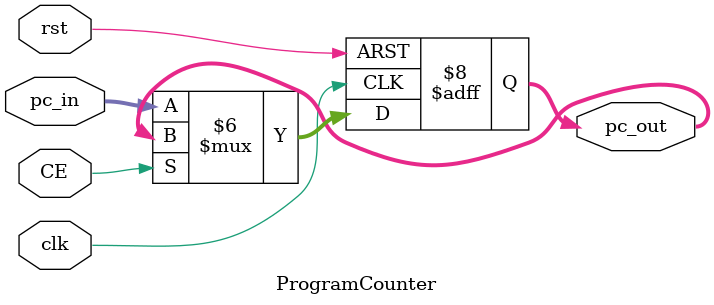
<source format=v>
`timescale 1ns / 1ps


module ProgramCounter(
    input clk,
    input rst,
    input CE,
    input [31:0] pc_in,
    output reg [31:0] pc_out
    );
    
    initial pc_out = 32'h0000_0000;
    
    always @(posedge clk or posedge rst) begin
        if(rst == 1) pc_out = 32'h0000_0000;
        else if(CE==0)
            pc_out = pc_in;
     end
     

     
endmodule

</source>
